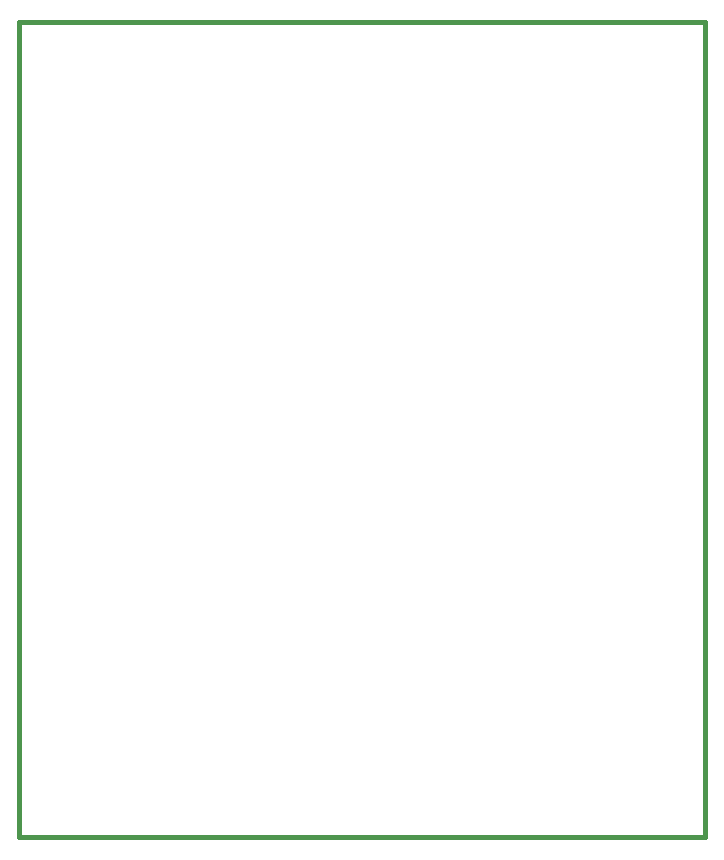
<source format=gbr>
G04 (created by PCBNEW-RS274X (2012-jan-04)-stable) date pon, 21 sty 2013, 21:13:22*
G01*
G70*
G90*
%MOIN*%
G04 Gerber Fmt 3.4, Leading zero omitted, Abs format*
%FSLAX34Y34*%
G04 APERTURE LIST*
%ADD10C,0.006000*%
%ADD11C,0.015000*%
G04 APERTURE END LIST*
G54D10*
G54D11*
X41732Y-57480D02*
X41732Y-84646D01*
X64567Y-57480D02*
X41732Y-57480D01*
X64567Y-84646D02*
X64567Y-57480D01*
X41732Y-84646D02*
X64567Y-84646D01*
M02*

</source>
